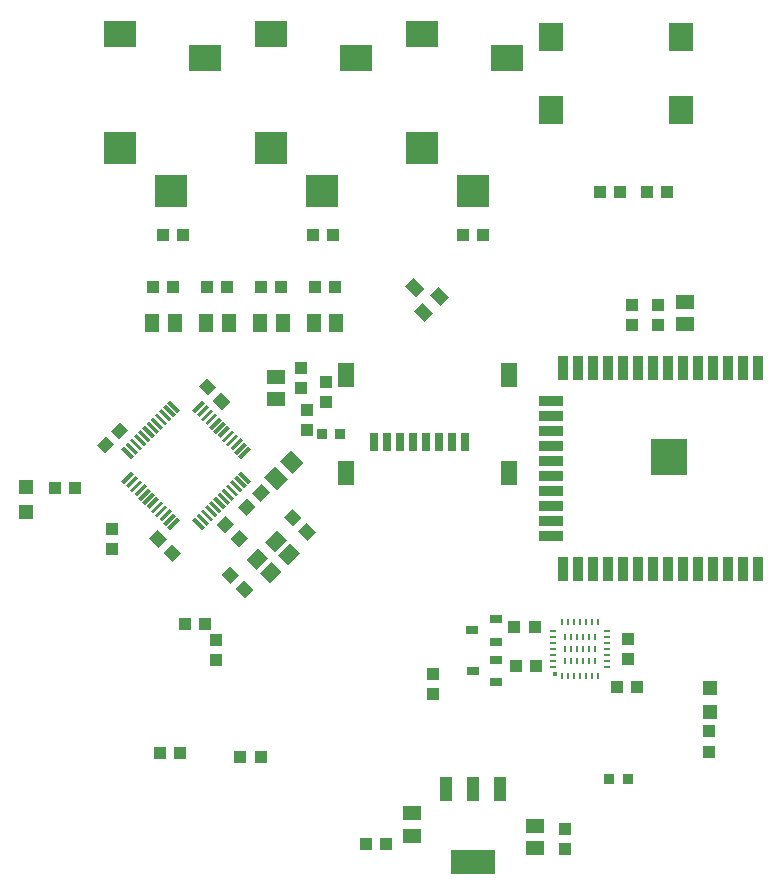
<source format=gbr>
G04 EAGLE Gerber RS-274X export*
G75*
%MOMM*%
%FSLAX34Y34*%
%LPD*%
%INSolderpaste Top*%
%IPPOS*%
%AMOC8*
5,1,8,0,0,1.08239X$1,22.5*%
G01*
%ADD10R,1.000000X2.100000*%
%ADD11R,3.700000X2.100000*%
%ADD12R,1.500000X1.300000*%
%ADD13R,1.100000X1.000000*%
%ADD14R,2.800000X2.200000*%
%ADD15R,2.800000X2.800000*%
%ADD16R,1.000000X1.100000*%
%ADD17R,1.300000X1.500000*%
%ADD18R,1.200000X1.200000*%
%ADD19R,1.193800X0.304800*%
%ADD20R,2.000000X2.400000*%
%ADD21R,0.900000X0.970200*%
%ADD22R,0.932600X0.970200*%
%ADD23R,3.166009X3.164769*%
%ADD24R,0.900000X2.000000*%
%ADD25R,2.000000X0.900000*%
%ADD26R,0.260000X0.560000*%
%ADD27R,0.560000X0.260000*%
%ADD28R,0.400000X0.400000*%
%ADD29R,1.450000X2.000000*%
%ADD30R,0.800000X1.500000*%
%ADD31R,1.016000X0.635000*%
%ADD32R,1.000000X1.270000*%
%ADD33R,1.200000X1.400000*%


D10*
X496255Y145972D03*
X473255Y145972D03*
X450255Y145972D03*
D11*
X473255Y83972D03*
D12*
X525588Y114975D03*
X525588Y95975D03*
X421220Y125353D03*
X421220Y106353D03*
D13*
G36*
X169292Y437860D02*
X161515Y430083D01*
X154444Y437154D01*
X162221Y444931D01*
X169292Y437860D01*
G37*
G36*
X181313Y449881D02*
X173536Y442104D01*
X166465Y449175D01*
X174242Y456952D01*
X181313Y449881D01*
G37*
G36*
X248909Y479017D02*
X241132Y486794D01*
X248203Y493865D01*
X255980Y486088D01*
X248909Y479017D01*
G37*
G36*
X260930Y466997D02*
X253153Y474774D01*
X260224Y481845D01*
X268001Y474068D01*
X260930Y466997D01*
G37*
G36*
X218285Y353174D02*
X226062Y345397D01*
X218991Y338326D01*
X211214Y346103D01*
X218285Y353174D01*
G37*
G36*
X206264Y365195D02*
X214041Y357418D01*
X206970Y350347D01*
X199193Y358124D01*
X206264Y365195D01*
G37*
X167198Y365895D03*
X167198Y348895D03*
D14*
X429957Y784895D03*
X501957Y764895D03*
D15*
X429957Y688895D03*
X472957Y651895D03*
D16*
X464875Y614879D03*
X481875Y614879D03*
X310953Y570821D03*
X293953Y570821D03*
D17*
X311953Y540821D03*
X292953Y540821D03*
D14*
X302227Y784895D03*
X374227Y764895D03*
D15*
X302227Y688895D03*
X345227Y651895D03*
D16*
X337730Y614879D03*
X354730Y614879D03*
X265290Y570821D03*
X248290Y570821D03*
D17*
X266290Y540821D03*
X247290Y540821D03*
D14*
X174497Y784895D03*
X246497Y764895D03*
D15*
X174497Y688895D03*
X217497Y651895D03*
D16*
X210836Y614879D03*
X227836Y614879D03*
X219626Y570821D03*
X202626Y570821D03*
D17*
X220626Y540821D03*
X201626Y540821D03*
D16*
X356617Y570821D03*
X339617Y570821D03*
D17*
X357617Y540821D03*
X338617Y540821D03*
D16*
X597400Y651566D03*
X580400Y651566D03*
X637400Y651566D03*
X620400Y651566D03*
D13*
X332312Y467125D03*
X332312Y450125D03*
X327542Y502099D03*
X327542Y485099D03*
D12*
X306640Y475847D03*
X306640Y494847D03*
D17*
G36*
X316167Y408582D02*
X306975Y399390D01*
X296369Y409996D01*
X305561Y419188D01*
X316167Y408582D01*
G37*
G36*
X329602Y422017D02*
X320410Y412825D01*
X309804Y423431D01*
X318996Y432623D01*
X329602Y422017D01*
G37*
D13*
G36*
X279272Y322605D02*
X287049Y314828D01*
X279978Y307757D01*
X272201Y315534D01*
X279272Y322605D01*
G37*
G36*
X267251Y334626D02*
X275028Y326849D01*
X267957Y319778D01*
X260180Y327555D01*
X267251Y334626D01*
G37*
G36*
X321172Y368366D02*
X313395Y376143D01*
X320466Y383214D01*
X328243Y375437D01*
X321172Y368366D01*
G37*
G36*
X333193Y356345D02*
X325416Y364122D01*
X332487Y371193D01*
X340264Y363416D01*
X333193Y356345D01*
G37*
X293314Y173066D03*
X276314Y173066D03*
D16*
X208382Y176155D03*
X225382Y176155D03*
X119491Y401127D03*
X136491Y401127D03*
D18*
X94493Y380287D03*
X94493Y401287D03*
D19*
G36*
X237834Y376069D02*
X246275Y367628D01*
X244120Y365473D01*
X235679Y373914D01*
X237834Y376069D01*
G37*
G36*
X241369Y379604D02*
X249810Y371163D01*
X247655Y369008D01*
X239214Y377449D01*
X241369Y379604D01*
G37*
G36*
X244905Y383140D02*
X253346Y374699D01*
X251191Y372544D01*
X242750Y380985D01*
X244905Y383140D01*
G37*
G36*
X248440Y386675D02*
X256881Y378234D01*
X254726Y376079D01*
X246285Y384520D01*
X248440Y386675D01*
G37*
G36*
X251976Y390211D02*
X260417Y381770D01*
X258262Y379615D01*
X249821Y388056D01*
X251976Y390211D01*
G37*
G36*
X255511Y393746D02*
X263952Y385305D01*
X261797Y383150D01*
X253356Y391591D01*
X255511Y393746D01*
G37*
G36*
X259047Y397282D02*
X267488Y388841D01*
X265333Y386686D01*
X256892Y395127D01*
X259047Y397282D01*
G37*
G36*
X262582Y400818D02*
X271023Y392377D01*
X268868Y390222D01*
X260427Y398663D01*
X262582Y400818D01*
G37*
G36*
X266118Y404353D02*
X274559Y395912D01*
X272404Y393757D01*
X263963Y402198D01*
X266118Y404353D01*
G37*
G36*
X269654Y407889D02*
X278095Y399448D01*
X275940Y397293D01*
X267499Y405734D01*
X269654Y407889D01*
G37*
G36*
X273189Y411424D02*
X281630Y402983D01*
X279475Y400828D01*
X271034Y409269D01*
X273189Y411424D01*
G37*
G36*
X276725Y414960D02*
X285166Y406519D01*
X283011Y404364D01*
X274570Y412805D01*
X276725Y414960D01*
G37*
G36*
X274570Y427732D02*
X283011Y436173D01*
X285166Y434018D01*
X276725Y425577D01*
X274570Y427732D01*
G37*
G36*
X271034Y431267D02*
X279475Y439708D01*
X281630Y437553D01*
X273189Y429112D01*
X271034Y431267D01*
G37*
G36*
X267499Y434803D02*
X275940Y443244D01*
X278095Y441089D01*
X269654Y432648D01*
X267499Y434803D01*
G37*
G36*
X263963Y438338D02*
X272404Y446779D01*
X274559Y444624D01*
X266118Y436183D01*
X263963Y438338D01*
G37*
G36*
X260427Y441874D02*
X268868Y450315D01*
X271023Y448160D01*
X262582Y439719D01*
X260427Y441874D01*
G37*
G36*
X256892Y445410D02*
X265333Y453851D01*
X267488Y451696D01*
X259047Y443255D01*
X256892Y445410D01*
G37*
G36*
X253356Y448945D02*
X261797Y457386D01*
X263952Y455231D01*
X255511Y446790D01*
X253356Y448945D01*
G37*
G36*
X249821Y452481D02*
X258262Y460922D01*
X260417Y458767D01*
X251976Y450326D01*
X249821Y452481D01*
G37*
G36*
X246285Y456016D02*
X254726Y464457D01*
X256881Y462302D01*
X248440Y453861D01*
X246285Y456016D01*
G37*
G36*
X242750Y459552D02*
X251191Y467993D01*
X253346Y465838D01*
X244905Y457397D01*
X242750Y459552D01*
G37*
G36*
X239214Y463087D02*
X247655Y471528D01*
X249810Y469373D01*
X241369Y460932D01*
X239214Y463087D01*
G37*
G36*
X235679Y466623D02*
X244120Y475064D01*
X246275Y472909D01*
X237834Y464468D01*
X235679Y466623D01*
G37*
G36*
X222907Y464468D02*
X214466Y472909D01*
X216621Y475064D01*
X225062Y466623D01*
X222907Y464468D01*
G37*
G36*
X219371Y460932D02*
X210930Y469373D01*
X213085Y471528D01*
X221526Y463087D01*
X219371Y460932D01*
G37*
G36*
X215835Y457397D02*
X207394Y465838D01*
X209549Y467993D01*
X217990Y459552D01*
X215835Y457397D01*
G37*
G36*
X212300Y453861D02*
X203859Y462302D01*
X206014Y464457D01*
X214455Y456016D01*
X212300Y453861D01*
G37*
G36*
X208764Y450326D02*
X200323Y458767D01*
X202478Y460922D01*
X210919Y452481D01*
X208764Y450326D01*
G37*
G36*
X205229Y446790D02*
X196788Y455231D01*
X198943Y457386D01*
X207384Y448945D01*
X205229Y446790D01*
G37*
G36*
X201693Y443255D02*
X193252Y451696D01*
X195407Y453851D01*
X203848Y445410D01*
X201693Y443255D01*
G37*
G36*
X198158Y439719D02*
X189717Y448160D01*
X191872Y450315D01*
X200313Y441874D01*
X198158Y439719D01*
G37*
G36*
X194622Y436183D02*
X186181Y444624D01*
X188336Y446779D01*
X196777Y438338D01*
X194622Y436183D01*
G37*
G36*
X191087Y432648D02*
X182646Y441089D01*
X184801Y443244D01*
X193242Y434803D01*
X191087Y432648D01*
G37*
G36*
X187551Y429112D02*
X179110Y437553D01*
X181265Y439708D01*
X189706Y431267D01*
X187551Y429112D01*
G37*
G36*
X184016Y425577D02*
X175575Y434018D01*
X177730Y436173D01*
X186171Y427732D01*
X184016Y425577D01*
G37*
G36*
X186171Y412805D02*
X177730Y404364D01*
X175575Y406519D01*
X184016Y414960D01*
X186171Y412805D01*
G37*
G36*
X189706Y409269D02*
X181265Y400828D01*
X179110Y402983D01*
X187551Y411424D01*
X189706Y409269D01*
G37*
G36*
X193242Y405734D02*
X184801Y397293D01*
X182646Y399448D01*
X191087Y407889D01*
X193242Y405734D01*
G37*
G36*
X196777Y402198D02*
X188336Y393757D01*
X186181Y395912D01*
X194622Y404353D01*
X196777Y402198D01*
G37*
G36*
X200313Y398663D02*
X191872Y390222D01*
X189717Y392377D01*
X198158Y400818D01*
X200313Y398663D01*
G37*
G36*
X203848Y395127D02*
X195407Y386686D01*
X193252Y388841D01*
X201693Y397282D01*
X203848Y395127D01*
G37*
G36*
X207384Y391591D02*
X198943Y383150D01*
X196788Y385305D01*
X205229Y393746D01*
X207384Y391591D01*
G37*
G36*
X210919Y388056D02*
X202478Y379615D01*
X200323Y381770D01*
X208764Y390211D01*
X210919Y388056D01*
G37*
G36*
X214455Y384520D02*
X206014Y376079D01*
X203859Y378234D01*
X212300Y386675D01*
X214455Y384520D01*
G37*
G36*
X217990Y380985D02*
X209549Y372544D01*
X207394Y374699D01*
X215835Y383140D01*
X217990Y380985D01*
G37*
G36*
X221526Y377449D02*
X213085Y369008D01*
X210930Y371163D01*
X219371Y379604D01*
X221526Y377449D01*
G37*
G36*
X225062Y373914D02*
X216621Y365473D01*
X214466Y367628D01*
X222907Y376069D01*
X225062Y373914D01*
G37*
D20*
X649277Y783084D03*
X649277Y721084D03*
X539277Y721084D03*
X539277Y783084D03*
D21*
X604063Y154615D03*
D22*
X588524Y154615D03*
D21*
X360858Y446710D03*
D22*
X345319Y446710D03*
D13*
X255227Y272045D03*
X255227Y255045D03*
X246671Y285940D03*
X229671Y285940D03*
D23*
X639185Y427293D03*
D24*
X714204Y502280D03*
X701504Y502280D03*
X688804Y502280D03*
X676104Y502280D03*
X663404Y502280D03*
X650704Y502280D03*
X638004Y502280D03*
X625304Y502280D03*
X612604Y502280D03*
X599904Y502280D03*
X587204Y502280D03*
X574504Y502280D03*
X561804Y502280D03*
X549104Y502280D03*
D25*
X539104Y474430D03*
X539104Y461730D03*
X539104Y449030D03*
X539104Y436330D03*
X539104Y423630D03*
X539104Y410930D03*
X539104Y398230D03*
X539104Y385530D03*
X539104Y372830D03*
X539104Y360130D03*
D24*
X549104Y332280D03*
X561804Y332280D03*
X574504Y332280D03*
X587204Y332280D03*
X599904Y332280D03*
X612604Y332280D03*
X625304Y332280D03*
X638004Y332280D03*
X650704Y332280D03*
X663404Y332280D03*
X676104Y332280D03*
X688804Y332280D03*
X701504Y332280D03*
X714204Y332280D03*
D13*
G36*
X286069Y396454D02*
X293846Y404231D01*
X300917Y397160D01*
X293140Y389383D01*
X286069Y396454D01*
G37*
G36*
X274048Y384433D02*
X281825Y392210D01*
X288896Y385139D01*
X281119Y377362D01*
X274048Y384433D01*
G37*
D26*
X548877Y241460D03*
X553877Y241460D03*
X558877Y241460D03*
X563877Y241460D03*
X568877Y241460D03*
X573877Y241460D03*
X578877Y241460D03*
D27*
X586877Y249460D03*
X586877Y254460D03*
X586877Y259460D03*
X586877Y264460D03*
X586877Y269460D03*
X586877Y274460D03*
X586877Y279460D03*
D26*
X578877Y287460D03*
X573877Y287460D03*
X568877Y287460D03*
X563877Y287460D03*
X558877Y287460D03*
X553877Y287460D03*
X548877Y287460D03*
D27*
X540877Y279460D03*
X540877Y274460D03*
X540877Y269460D03*
X540877Y264460D03*
X540877Y259460D03*
X540877Y254460D03*
X540877Y249460D03*
D26*
X551377Y254460D03*
X551377Y264460D03*
X551377Y274460D03*
X556377Y254460D03*
X556377Y264460D03*
X556377Y274460D03*
X561377Y254460D03*
X561377Y264460D03*
X561377Y274460D03*
X566377Y254460D03*
X566377Y264460D03*
X566377Y274460D03*
X571377Y254460D03*
X571377Y264460D03*
X571377Y274460D03*
X576377Y254460D03*
X576377Y264460D03*
X576377Y274460D03*
D28*
X542877Y243460D03*
D16*
X604307Y256026D03*
X604307Y273026D03*
D13*
X594811Y232283D03*
X611811Y232283D03*
D16*
X550738Y112470D03*
X550738Y95470D03*
X348567Y473981D03*
X348567Y490981D03*
X629826Y538672D03*
X629826Y555672D03*
X607626Y538748D03*
X607626Y555748D03*
D13*
X439534Y226196D03*
X439534Y243196D03*
D16*
G36*
X275542Y365520D02*
X282613Y358449D01*
X274836Y350672D01*
X267765Y357743D01*
X275542Y365520D01*
G37*
G36*
X263522Y377541D02*
X270593Y370470D01*
X262816Y362693D01*
X255745Y369764D01*
X263522Y377541D01*
G37*
D12*
X652851Y539277D03*
X652851Y558277D03*
D29*
X365948Y413583D03*
X503448Y413583D03*
X365948Y496583D03*
X503448Y496583D03*
D30*
X466748Y439583D03*
X455748Y439583D03*
X444748Y439583D03*
X433748Y439583D03*
X422748Y439583D03*
X411748Y439583D03*
X400748Y439583D03*
X389748Y439583D03*
D31*
X472750Y280335D03*
X492750Y289835D03*
X492750Y270835D03*
X472841Y245783D03*
X492841Y255283D03*
X492841Y236283D03*
D16*
X509289Y249781D03*
X526289Y249781D03*
X508337Y282931D03*
X525337Y282931D03*
D32*
G36*
X432043Y569680D02*
X424972Y562609D01*
X415993Y571588D01*
X423064Y578659D01*
X432043Y569680D01*
G37*
G36*
X452902Y562255D02*
X445831Y555184D01*
X436852Y564163D01*
X443923Y571234D01*
X452902Y562255D01*
G37*
G36*
X439467Y548820D02*
X432396Y541749D01*
X423417Y550728D01*
X430488Y557799D01*
X439467Y548820D01*
G37*
D13*
X673357Y194702D03*
X673357Y177702D03*
D18*
X673791Y231770D03*
X673791Y210770D03*
D16*
X382739Y99733D03*
X399739Y99733D03*
D33*
G36*
X316878Y335641D02*
X308393Y344126D01*
X318292Y354025D01*
X326777Y345540D01*
X316878Y335641D01*
G37*
G36*
X305564Y346955D02*
X297079Y355440D01*
X306978Y365339D01*
X315463Y356854D01*
X305564Y346955D01*
G37*
G36*
X290008Y331399D02*
X281523Y339884D01*
X291422Y349783D01*
X299907Y341298D01*
X290008Y331399D01*
G37*
G36*
X301321Y320085D02*
X292836Y328570D01*
X302735Y338469D01*
X311220Y329984D01*
X301321Y320085D01*
G37*
M02*

</source>
